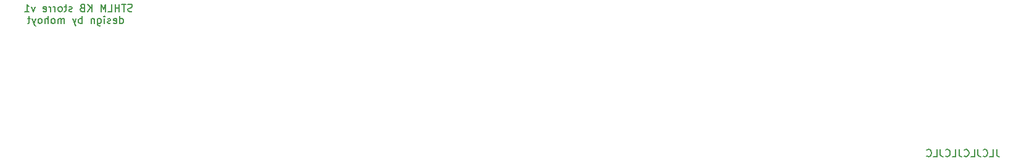
<source format=gbo>
G04 #@! TF.GenerationSoftware,KiCad,Pcbnew,7.0.2-0*
G04 #@! TF.CreationDate,2023-09-13T20:41:22+02:00*
G04 #@! TF.ProjectId,storre_plate,73746f72-7265-45f7-906c-6174652e6b69,rev?*
G04 #@! TF.SameCoordinates,Original*
G04 #@! TF.FileFunction,Legend,Bot*
G04 #@! TF.FilePolarity,Positive*
%FSLAX46Y46*%
G04 Gerber Fmt 4.6, Leading zero omitted, Abs format (unit mm)*
G04 Created by KiCad (PCBNEW 7.0.2-0) date 2023-09-13 20:41:22*
%MOMM*%
%LPD*%
G01*
G04 APERTURE LIST*
%ADD10C,0.150000*%
%ADD11C,2.200000*%
G04 APERTURE END LIST*
D10*
X215450596Y-126142500D02*
X215307739Y-126190119D01*
X215307739Y-126190119D02*
X215069644Y-126190119D01*
X215069644Y-126190119D02*
X214974406Y-126142500D01*
X214974406Y-126142500D02*
X214926787Y-126094880D01*
X214926787Y-126094880D02*
X214879168Y-125999642D01*
X214879168Y-125999642D02*
X214879168Y-125904404D01*
X214879168Y-125904404D02*
X214926787Y-125809166D01*
X214926787Y-125809166D02*
X214974406Y-125761547D01*
X214974406Y-125761547D02*
X215069644Y-125713928D01*
X215069644Y-125713928D02*
X215260120Y-125666309D01*
X215260120Y-125666309D02*
X215355358Y-125618690D01*
X215355358Y-125618690D02*
X215402977Y-125571071D01*
X215402977Y-125571071D02*
X215450596Y-125475833D01*
X215450596Y-125475833D02*
X215450596Y-125380595D01*
X215450596Y-125380595D02*
X215402977Y-125285357D01*
X215402977Y-125285357D02*
X215355358Y-125237738D01*
X215355358Y-125237738D02*
X215260120Y-125190119D01*
X215260120Y-125190119D02*
X215022025Y-125190119D01*
X215022025Y-125190119D02*
X214879168Y-125237738D01*
X214593453Y-125190119D02*
X214022025Y-125190119D01*
X214307739Y-126190119D02*
X214307739Y-125190119D01*
X213688691Y-126190119D02*
X213688691Y-125190119D01*
X213688691Y-125666309D02*
X213117263Y-125666309D01*
X213117263Y-126190119D02*
X213117263Y-125190119D01*
X212164882Y-126190119D02*
X212641072Y-126190119D01*
X212641072Y-126190119D02*
X212641072Y-125190119D01*
X211831548Y-126190119D02*
X211831548Y-125190119D01*
X211831548Y-125190119D02*
X211498215Y-125904404D01*
X211498215Y-125904404D02*
X211164882Y-125190119D01*
X211164882Y-125190119D02*
X211164882Y-126190119D01*
X209926786Y-126190119D02*
X209926786Y-125190119D01*
X209355358Y-126190119D02*
X209783929Y-125618690D01*
X209355358Y-125190119D02*
X209926786Y-125761547D01*
X208593453Y-125666309D02*
X208450596Y-125713928D01*
X208450596Y-125713928D02*
X208402977Y-125761547D01*
X208402977Y-125761547D02*
X208355358Y-125856785D01*
X208355358Y-125856785D02*
X208355358Y-125999642D01*
X208355358Y-125999642D02*
X208402977Y-126094880D01*
X208402977Y-126094880D02*
X208450596Y-126142500D01*
X208450596Y-126142500D02*
X208545834Y-126190119D01*
X208545834Y-126190119D02*
X208926786Y-126190119D01*
X208926786Y-126190119D02*
X208926786Y-125190119D01*
X208926786Y-125190119D02*
X208593453Y-125190119D01*
X208593453Y-125190119D02*
X208498215Y-125237738D01*
X208498215Y-125237738D02*
X208450596Y-125285357D01*
X208450596Y-125285357D02*
X208402977Y-125380595D01*
X208402977Y-125380595D02*
X208402977Y-125475833D01*
X208402977Y-125475833D02*
X208450596Y-125571071D01*
X208450596Y-125571071D02*
X208498215Y-125618690D01*
X208498215Y-125618690D02*
X208593453Y-125666309D01*
X208593453Y-125666309D02*
X208926786Y-125666309D01*
X207212500Y-126142500D02*
X207117262Y-126190119D01*
X207117262Y-126190119D02*
X206926786Y-126190119D01*
X206926786Y-126190119D02*
X206831548Y-126142500D01*
X206831548Y-126142500D02*
X206783929Y-126047261D01*
X206783929Y-126047261D02*
X206783929Y-125999642D01*
X206783929Y-125999642D02*
X206831548Y-125904404D01*
X206831548Y-125904404D02*
X206926786Y-125856785D01*
X206926786Y-125856785D02*
X207069643Y-125856785D01*
X207069643Y-125856785D02*
X207164881Y-125809166D01*
X207164881Y-125809166D02*
X207212500Y-125713928D01*
X207212500Y-125713928D02*
X207212500Y-125666309D01*
X207212500Y-125666309D02*
X207164881Y-125571071D01*
X207164881Y-125571071D02*
X207069643Y-125523452D01*
X207069643Y-125523452D02*
X206926786Y-125523452D01*
X206926786Y-125523452D02*
X206831548Y-125571071D01*
X206498214Y-125523452D02*
X206117262Y-125523452D01*
X206355357Y-125190119D02*
X206355357Y-126047261D01*
X206355357Y-126047261D02*
X206307738Y-126142500D01*
X206307738Y-126142500D02*
X206212500Y-126190119D01*
X206212500Y-126190119D02*
X206117262Y-126190119D01*
X205641071Y-126190119D02*
X205736309Y-126142500D01*
X205736309Y-126142500D02*
X205783928Y-126094880D01*
X205783928Y-126094880D02*
X205831547Y-125999642D01*
X205831547Y-125999642D02*
X205831547Y-125713928D01*
X205831547Y-125713928D02*
X205783928Y-125618690D01*
X205783928Y-125618690D02*
X205736309Y-125571071D01*
X205736309Y-125571071D02*
X205641071Y-125523452D01*
X205641071Y-125523452D02*
X205498214Y-125523452D01*
X205498214Y-125523452D02*
X205402976Y-125571071D01*
X205402976Y-125571071D02*
X205355357Y-125618690D01*
X205355357Y-125618690D02*
X205307738Y-125713928D01*
X205307738Y-125713928D02*
X205307738Y-125999642D01*
X205307738Y-125999642D02*
X205355357Y-126094880D01*
X205355357Y-126094880D02*
X205402976Y-126142500D01*
X205402976Y-126142500D02*
X205498214Y-126190119D01*
X205498214Y-126190119D02*
X205641071Y-126190119D01*
X204879166Y-126190119D02*
X204879166Y-125523452D01*
X204879166Y-125713928D02*
X204831547Y-125618690D01*
X204831547Y-125618690D02*
X204783928Y-125571071D01*
X204783928Y-125571071D02*
X204688690Y-125523452D01*
X204688690Y-125523452D02*
X204593452Y-125523452D01*
X204260118Y-126190119D02*
X204260118Y-125523452D01*
X204260118Y-125713928D02*
X204212499Y-125618690D01*
X204212499Y-125618690D02*
X204164880Y-125571071D01*
X204164880Y-125571071D02*
X204069642Y-125523452D01*
X204069642Y-125523452D02*
X203974404Y-125523452D01*
X203260118Y-126142500D02*
X203355356Y-126190119D01*
X203355356Y-126190119D02*
X203545832Y-126190119D01*
X203545832Y-126190119D02*
X203641070Y-126142500D01*
X203641070Y-126142500D02*
X203688689Y-126047261D01*
X203688689Y-126047261D02*
X203688689Y-125666309D01*
X203688689Y-125666309D02*
X203641070Y-125571071D01*
X203641070Y-125571071D02*
X203545832Y-125523452D01*
X203545832Y-125523452D02*
X203355356Y-125523452D01*
X203355356Y-125523452D02*
X203260118Y-125571071D01*
X203260118Y-125571071D02*
X203212499Y-125666309D01*
X203212499Y-125666309D02*
X203212499Y-125761547D01*
X203212499Y-125761547D02*
X203688689Y-125856785D01*
X202117260Y-125523452D02*
X201879165Y-126190119D01*
X201879165Y-126190119D02*
X201641070Y-125523452D01*
X200736308Y-126190119D02*
X201307736Y-126190119D01*
X201022022Y-126190119D02*
X201022022Y-125190119D01*
X201022022Y-125190119D02*
X201117260Y-125332976D01*
X201117260Y-125332976D02*
X201212498Y-125428214D01*
X201212498Y-125428214D02*
X201307736Y-125475833D01*
X213760119Y-127810119D02*
X213760119Y-126810119D01*
X213760119Y-127762500D02*
X213855357Y-127810119D01*
X213855357Y-127810119D02*
X214045833Y-127810119D01*
X214045833Y-127810119D02*
X214141071Y-127762500D01*
X214141071Y-127762500D02*
X214188690Y-127714880D01*
X214188690Y-127714880D02*
X214236309Y-127619642D01*
X214236309Y-127619642D02*
X214236309Y-127333928D01*
X214236309Y-127333928D02*
X214188690Y-127238690D01*
X214188690Y-127238690D02*
X214141071Y-127191071D01*
X214141071Y-127191071D02*
X214045833Y-127143452D01*
X214045833Y-127143452D02*
X213855357Y-127143452D01*
X213855357Y-127143452D02*
X213760119Y-127191071D01*
X212902976Y-127762500D02*
X212998214Y-127810119D01*
X212998214Y-127810119D02*
X213188690Y-127810119D01*
X213188690Y-127810119D02*
X213283928Y-127762500D01*
X213283928Y-127762500D02*
X213331547Y-127667261D01*
X213331547Y-127667261D02*
X213331547Y-127286309D01*
X213331547Y-127286309D02*
X213283928Y-127191071D01*
X213283928Y-127191071D02*
X213188690Y-127143452D01*
X213188690Y-127143452D02*
X212998214Y-127143452D01*
X212998214Y-127143452D02*
X212902976Y-127191071D01*
X212902976Y-127191071D02*
X212855357Y-127286309D01*
X212855357Y-127286309D02*
X212855357Y-127381547D01*
X212855357Y-127381547D02*
X213331547Y-127476785D01*
X212474404Y-127762500D02*
X212379166Y-127810119D01*
X212379166Y-127810119D02*
X212188690Y-127810119D01*
X212188690Y-127810119D02*
X212093452Y-127762500D01*
X212093452Y-127762500D02*
X212045833Y-127667261D01*
X212045833Y-127667261D02*
X212045833Y-127619642D01*
X212045833Y-127619642D02*
X212093452Y-127524404D01*
X212093452Y-127524404D02*
X212188690Y-127476785D01*
X212188690Y-127476785D02*
X212331547Y-127476785D01*
X212331547Y-127476785D02*
X212426785Y-127429166D01*
X212426785Y-127429166D02*
X212474404Y-127333928D01*
X212474404Y-127333928D02*
X212474404Y-127286309D01*
X212474404Y-127286309D02*
X212426785Y-127191071D01*
X212426785Y-127191071D02*
X212331547Y-127143452D01*
X212331547Y-127143452D02*
X212188690Y-127143452D01*
X212188690Y-127143452D02*
X212093452Y-127191071D01*
X211617261Y-127810119D02*
X211617261Y-127143452D01*
X211617261Y-126810119D02*
X211664880Y-126857738D01*
X211664880Y-126857738D02*
X211617261Y-126905357D01*
X211617261Y-126905357D02*
X211569642Y-126857738D01*
X211569642Y-126857738D02*
X211617261Y-126810119D01*
X211617261Y-126810119D02*
X211617261Y-126905357D01*
X210712500Y-127143452D02*
X210712500Y-127952976D01*
X210712500Y-127952976D02*
X210760119Y-128048214D01*
X210760119Y-128048214D02*
X210807738Y-128095833D01*
X210807738Y-128095833D02*
X210902976Y-128143452D01*
X210902976Y-128143452D02*
X211045833Y-128143452D01*
X211045833Y-128143452D02*
X211141071Y-128095833D01*
X210712500Y-127762500D02*
X210807738Y-127810119D01*
X210807738Y-127810119D02*
X210998214Y-127810119D01*
X210998214Y-127810119D02*
X211093452Y-127762500D01*
X211093452Y-127762500D02*
X211141071Y-127714880D01*
X211141071Y-127714880D02*
X211188690Y-127619642D01*
X211188690Y-127619642D02*
X211188690Y-127333928D01*
X211188690Y-127333928D02*
X211141071Y-127238690D01*
X211141071Y-127238690D02*
X211093452Y-127191071D01*
X211093452Y-127191071D02*
X210998214Y-127143452D01*
X210998214Y-127143452D02*
X210807738Y-127143452D01*
X210807738Y-127143452D02*
X210712500Y-127191071D01*
X210236309Y-127143452D02*
X210236309Y-127810119D01*
X210236309Y-127238690D02*
X210188690Y-127191071D01*
X210188690Y-127191071D02*
X210093452Y-127143452D01*
X210093452Y-127143452D02*
X209950595Y-127143452D01*
X209950595Y-127143452D02*
X209855357Y-127191071D01*
X209855357Y-127191071D02*
X209807738Y-127286309D01*
X209807738Y-127286309D02*
X209807738Y-127810119D01*
X208569642Y-127810119D02*
X208569642Y-126810119D01*
X208569642Y-127191071D02*
X208474404Y-127143452D01*
X208474404Y-127143452D02*
X208283928Y-127143452D01*
X208283928Y-127143452D02*
X208188690Y-127191071D01*
X208188690Y-127191071D02*
X208141071Y-127238690D01*
X208141071Y-127238690D02*
X208093452Y-127333928D01*
X208093452Y-127333928D02*
X208093452Y-127619642D01*
X208093452Y-127619642D02*
X208141071Y-127714880D01*
X208141071Y-127714880D02*
X208188690Y-127762500D01*
X208188690Y-127762500D02*
X208283928Y-127810119D01*
X208283928Y-127810119D02*
X208474404Y-127810119D01*
X208474404Y-127810119D02*
X208569642Y-127762500D01*
X207760118Y-127143452D02*
X207522023Y-127810119D01*
X207283928Y-127143452D02*
X207522023Y-127810119D01*
X207522023Y-127810119D02*
X207617261Y-128048214D01*
X207617261Y-128048214D02*
X207664880Y-128095833D01*
X207664880Y-128095833D02*
X207760118Y-128143452D01*
X206141070Y-127810119D02*
X206141070Y-127143452D01*
X206141070Y-127238690D02*
X206093451Y-127191071D01*
X206093451Y-127191071D02*
X205998213Y-127143452D01*
X205998213Y-127143452D02*
X205855356Y-127143452D01*
X205855356Y-127143452D02*
X205760118Y-127191071D01*
X205760118Y-127191071D02*
X205712499Y-127286309D01*
X205712499Y-127286309D02*
X205712499Y-127810119D01*
X205712499Y-127286309D02*
X205664880Y-127191071D01*
X205664880Y-127191071D02*
X205569642Y-127143452D01*
X205569642Y-127143452D02*
X205426785Y-127143452D01*
X205426785Y-127143452D02*
X205331546Y-127191071D01*
X205331546Y-127191071D02*
X205283927Y-127286309D01*
X205283927Y-127286309D02*
X205283927Y-127810119D01*
X204664880Y-127810119D02*
X204760118Y-127762500D01*
X204760118Y-127762500D02*
X204807737Y-127714880D01*
X204807737Y-127714880D02*
X204855356Y-127619642D01*
X204855356Y-127619642D02*
X204855356Y-127333928D01*
X204855356Y-127333928D02*
X204807737Y-127238690D01*
X204807737Y-127238690D02*
X204760118Y-127191071D01*
X204760118Y-127191071D02*
X204664880Y-127143452D01*
X204664880Y-127143452D02*
X204522023Y-127143452D01*
X204522023Y-127143452D02*
X204426785Y-127191071D01*
X204426785Y-127191071D02*
X204379166Y-127238690D01*
X204379166Y-127238690D02*
X204331547Y-127333928D01*
X204331547Y-127333928D02*
X204331547Y-127619642D01*
X204331547Y-127619642D02*
X204379166Y-127714880D01*
X204379166Y-127714880D02*
X204426785Y-127762500D01*
X204426785Y-127762500D02*
X204522023Y-127810119D01*
X204522023Y-127810119D02*
X204664880Y-127810119D01*
X203902975Y-127810119D02*
X203902975Y-126810119D01*
X203474404Y-127810119D02*
X203474404Y-127286309D01*
X203474404Y-127286309D02*
X203522023Y-127191071D01*
X203522023Y-127191071D02*
X203617261Y-127143452D01*
X203617261Y-127143452D02*
X203760118Y-127143452D01*
X203760118Y-127143452D02*
X203855356Y-127191071D01*
X203855356Y-127191071D02*
X203902975Y-127238690D01*
X202855356Y-127810119D02*
X202950594Y-127762500D01*
X202950594Y-127762500D02*
X202998213Y-127714880D01*
X202998213Y-127714880D02*
X203045832Y-127619642D01*
X203045832Y-127619642D02*
X203045832Y-127333928D01*
X203045832Y-127333928D02*
X202998213Y-127238690D01*
X202998213Y-127238690D02*
X202950594Y-127191071D01*
X202950594Y-127191071D02*
X202855356Y-127143452D01*
X202855356Y-127143452D02*
X202712499Y-127143452D01*
X202712499Y-127143452D02*
X202617261Y-127191071D01*
X202617261Y-127191071D02*
X202569642Y-127238690D01*
X202569642Y-127238690D02*
X202522023Y-127333928D01*
X202522023Y-127333928D02*
X202522023Y-127619642D01*
X202522023Y-127619642D02*
X202569642Y-127714880D01*
X202569642Y-127714880D02*
X202617261Y-127762500D01*
X202617261Y-127762500D02*
X202712499Y-127810119D01*
X202712499Y-127810119D02*
X202855356Y-127810119D01*
X202188689Y-127143452D02*
X201950594Y-127810119D01*
X201712499Y-127143452D02*
X201950594Y-127810119D01*
X201950594Y-127810119D02*
X202045832Y-128048214D01*
X202045832Y-128048214D02*
X202093451Y-128095833D01*
X202093451Y-128095833D02*
X202188689Y-128143452D01*
X201474403Y-127143452D02*
X201093451Y-127143452D01*
X201331546Y-126810119D02*
X201331546Y-127667261D01*
X201331546Y-127667261D02*
X201283927Y-127762500D01*
X201283927Y-127762500D02*
X201188689Y-127810119D01*
X201188689Y-127810119D02*
X201093451Y-127810119D01*
X334094048Y-145100119D02*
X334094048Y-145814404D01*
X334094048Y-145814404D02*
X334141667Y-145957261D01*
X334141667Y-145957261D02*
X334236905Y-146052500D01*
X334236905Y-146052500D02*
X334379762Y-146100119D01*
X334379762Y-146100119D02*
X334475000Y-146100119D01*
X333141667Y-146100119D02*
X333617857Y-146100119D01*
X333617857Y-146100119D02*
X333617857Y-145100119D01*
X332236905Y-146004880D02*
X332284524Y-146052500D01*
X332284524Y-146052500D02*
X332427381Y-146100119D01*
X332427381Y-146100119D02*
X332522619Y-146100119D01*
X332522619Y-146100119D02*
X332665476Y-146052500D01*
X332665476Y-146052500D02*
X332760714Y-145957261D01*
X332760714Y-145957261D02*
X332808333Y-145862023D01*
X332808333Y-145862023D02*
X332855952Y-145671547D01*
X332855952Y-145671547D02*
X332855952Y-145528690D01*
X332855952Y-145528690D02*
X332808333Y-145338214D01*
X332808333Y-145338214D02*
X332760714Y-145242976D01*
X332760714Y-145242976D02*
X332665476Y-145147738D01*
X332665476Y-145147738D02*
X332522619Y-145100119D01*
X332522619Y-145100119D02*
X332427381Y-145100119D01*
X332427381Y-145100119D02*
X332284524Y-145147738D01*
X332284524Y-145147738D02*
X332236905Y-145195357D01*
X331522619Y-145100119D02*
X331522619Y-145814404D01*
X331522619Y-145814404D02*
X331570238Y-145957261D01*
X331570238Y-145957261D02*
X331665476Y-146052500D01*
X331665476Y-146052500D02*
X331808333Y-146100119D01*
X331808333Y-146100119D02*
X331903571Y-146100119D01*
X330570238Y-146100119D02*
X331046428Y-146100119D01*
X331046428Y-146100119D02*
X331046428Y-145100119D01*
X329665476Y-146004880D02*
X329713095Y-146052500D01*
X329713095Y-146052500D02*
X329855952Y-146100119D01*
X329855952Y-146100119D02*
X329951190Y-146100119D01*
X329951190Y-146100119D02*
X330094047Y-146052500D01*
X330094047Y-146052500D02*
X330189285Y-145957261D01*
X330189285Y-145957261D02*
X330236904Y-145862023D01*
X330236904Y-145862023D02*
X330284523Y-145671547D01*
X330284523Y-145671547D02*
X330284523Y-145528690D01*
X330284523Y-145528690D02*
X330236904Y-145338214D01*
X330236904Y-145338214D02*
X330189285Y-145242976D01*
X330189285Y-145242976D02*
X330094047Y-145147738D01*
X330094047Y-145147738D02*
X329951190Y-145100119D01*
X329951190Y-145100119D02*
X329855952Y-145100119D01*
X329855952Y-145100119D02*
X329713095Y-145147738D01*
X329713095Y-145147738D02*
X329665476Y-145195357D01*
X328951190Y-145100119D02*
X328951190Y-145814404D01*
X328951190Y-145814404D02*
X328998809Y-145957261D01*
X328998809Y-145957261D02*
X329094047Y-146052500D01*
X329094047Y-146052500D02*
X329236904Y-146100119D01*
X329236904Y-146100119D02*
X329332142Y-146100119D01*
X327998809Y-146100119D02*
X328474999Y-146100119D01*
X328474999Y-146100119D02*
X328474999Y-145100119D01*
X327094047Y-146004880D02*
X327141666Y-146052500D01*
X327141666Y-146052500D02*
X327284523Y-146100119D01*
X327284523Y-146100119D02*
X327379761Y-146100119D01*
X327379761Y-146100119D02*
X327522618Y-146052500D01*
X327522618Y-146052500D02*
X327617856Y-145957261D01*
X327617856Y-145957261D02*
X327665475Y-145862023D01*
X327665475Y-145862023D02*
X327713094Y-145671547D01*
X327713094Y-145671547D02*
X327713094Y-145528690D01*
X327713094Y-145528690D02*
X327665475Y-145338214D01*
X327665475Y-145338214D02*
X327617856Y-145242976D01*
X327617856Y-145242976D02*
X327522618Y-145147738D01*
X327522618Y-145147738D02*
X327379761Y-145100119D01*
X327379761Y-145100119D02*
X327284523Y-145100119D01*
X327284523Y-145100119D02*
X327141666Y-145147738D01*
X327141666Y-145147738D02*
X327094047Y-145195357D01*
X326379761Y-145100119D02*
X326379761Y-145814404D01*
X326379761Y-145814404D02*
X326427380Y-145957261D01*
X326427380Y-145957261D02*
X326522618Y-146052500D01*
X326522618Y-146052500D02*
X326665475Y-146100119D01*
X326665475Y-146100119D02*
X326760713Y-146100119D01*
X325427380Y-146100119D02*
X325903570Y-146100119D01*
X325903570Y-146100119D02*
X325903570Y-145100119D01*
X324522618Y-146004880D02*
X324570237Y-146052500D01*
X324570237Y-146052500D02*
X324713094Y-146100119D01*
X324713094Y-146100119D02*
X324808332Y-146100119D01*
X324808332Y-146100119D02*
X324951189Y-146052500D01*
X324951189Y-146052500D02*
X325046427Y-145957261D01*
X325046427Y-145957261D02*
X325094046Y-145862023D01*
X325094046Y-145862023D02*
X325141665Y-145671547D01*
X325141665Y-145671547D02*
X325141665Y-145528690D01*
X325141665Y-145528690D02*
X325094046Y-145338214D01*
X325094046Y-145338214D02*
X325046427Y-145242976D01*
X325046427Y-145242976D02*
X324951189Y-145147738D01*
X324951189Y-145147738D02*
X324808332Y-145100119D01*
X324808332Y-145100119D02*
X324713094Y-145100119D01*
X324713094Y-145100119D02*
X324570237Y-145147738D01*
X324570237Y-145147738D02*
X324522618Y-145195357D01*
%LPC*%
D11*
X50137500Y-167125000D03*
X128925000Y-167125000D03*
X360512500Y-167125000D03*
X50137500Y-108737000D03*
X360512500Y-50349250D03*
X360512500Y-108737000D03*
X50137500Y-50349250D03*
X205325000Y-167125000D03*
X281725000Y-167125000D03*
%LPD*%
M02*

</source>
